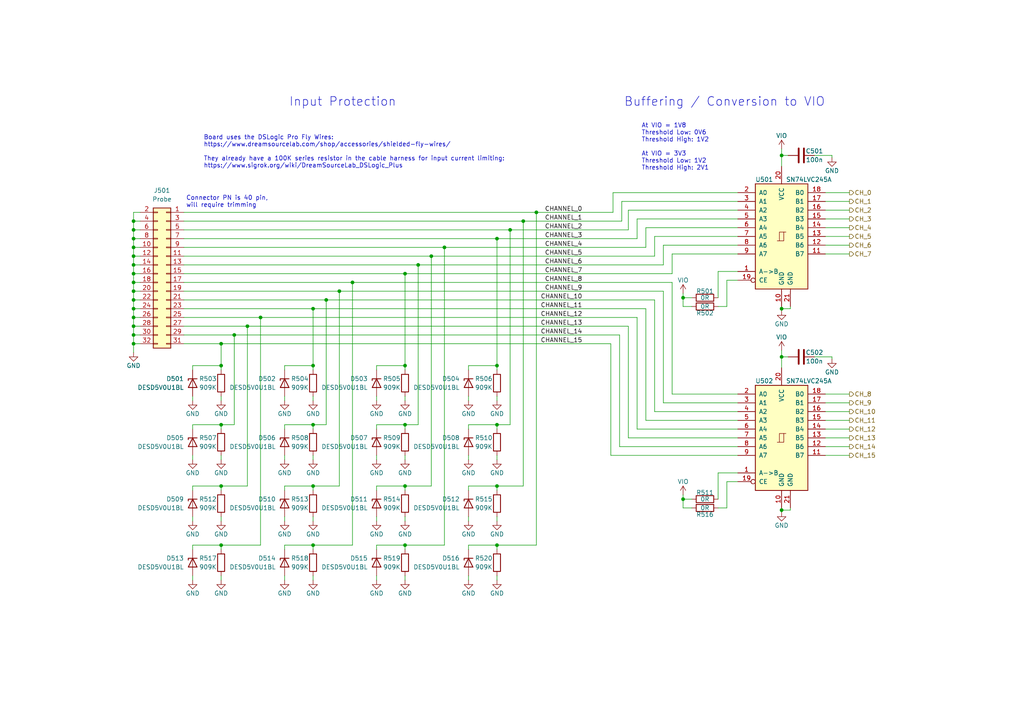
<source format=kicad_sch>
(kicad_sch (version 20211123) (generator eeschema)
  (paper "A4")
  (title_block (title "Voyager Logic") (date "2022-11-26") (rev "0.1") (company "Josh Johnson"))
  (lib_symbols
    (symbol "Connector_Generic:Conn_02x16_Odd_Even" (pin_names (offset 1.016) hide)
      (property "Reference" "J" (at 1.27 20.32 0))
      (property "Value" "Conn_02x16_Odd_Even" (at 1.27 -22.86 0))
      (symbol "Conn_02x16_Odd_Even_1_1"
        (rectangle (start -1.27 -20.193) (end 0 -20.447) (stroke (width 0.1524)))
        (rectangle (start -1.27 -17.653) (end 0 -17.907) (stroke (width 0.1524)))
        (rectangle (start -1.27 -15.113) (end 0 -15.367) (stroke (width 0.1524)))
        (rectangle (start -1.27 -12.573) (end 0 -12.827) (stroke (width 0.1524)))
        (rectangle (start -1.27 -10.033) (end 0 -10.287) (stroke (width 0.1524)))
        (rectangle (start -1.27 -7.493) (end 0 -7.747) (stroke (width 0.1524)))
        (rectangle (start -1.27 -4.953) (end 0 -5.207) (stroke (width 0.1524)))
        (rectangle (start -1.27 -2.413) (end 0 -2.667) (stroke (width 0.1524)))
        (rectangle (start -1.27 0.127) (end 0 -0.127) (stroke (width 0.1524)))
        (rectangle (start -1.27 2.667) (end 0 2.413) (stroke (width 0.1524)))
        (rectangle (start -1.27 5.207) (end 0 4.953) (stroke (width 0.1524)))
        (rectangle (start -1.27 7.747) (end 0 7.493) (stroke (width 0.1524)))
        (rectangle (start -1.27 10.287) (end 0 10.033) (stroke (width 0.1524)))
        (rectangle (start -1.27 12.827) (end 0 12.573) (stroke (width 0.1524)))
        (rectangle (start -1.27 15.367) (end 0 15.113) (stroke (width 0.1524)))
        (rectangle (start -1.27 17.907) (end 0 17.653) (stroke (width 0.1524)))
        (rectangle (start -1.27 19.05) (end 3.81 -21.59) (stroke (width 0.254)) (fill (type background)))
        (rectangle (start 3.81 -20.193) (end 2.54 -20.447) (stroke (width 0.1524)))
        (rectangle (start 3.81 -17.653) (end 2.54 -17.907) (stroke (width 0.1524)))
        (rectangle (start 3.81 -15.113) (end 2.54 -15.367) (stroke (width 0.1524)))
        (rectangle (start 3.81 -12.573) (end 2.54 -12.827) (stroke (width 0.1524)))
        (rectangle (start 3.81 -10.033) (end 2.54 -10.287) (stroke (width 0.1524)))
        (rectangle (start 3.81 -7.493) (end 2.54 -7.747) (stroke (width 0.1524)))
        (rectangle (start 3.81 -4.953) (end 2.54 -5.207) (stroke (width 0.1524)))
        (rectangle (start 3.81 -2.413) (end 2.54 -2.667) (stroke (width 0.1524)))
        (rectangle (start 3.81 0.127) (end 2.54 -0.127) (stroke (width 0.1524)))
        (rectangle (start 3.81 2.667) (end 2.54 2.413) (stroke (width 0.1524)))
        (rectangle (start 3.81 5.207) (end 2.54 4.953) (stroke (width 0.1524)))
        (rectangle (start 3.81 7.747) (end 2.54 7.493) (stroke (width 0.1524)))
        (rectangle (start 3.81 10.287) (end 2.54 10.033) (stroke (width 0.1524)))
        (rectangle (start 3.81 12.827) (end 2.54 12.573) (stroke (width 0.1524)))
        (rectangle (start 3.81 15.367) (end 2.54 15.113) (stroke (width 0.1524)))
        (rectangle (start 3.81 17.907) (end 2.54 17.653) (stroke (width 0.1524)))
        (pin passive line (at -5.08 17.78 0) (length 3.81) (name "Pin_1") (number "1"))
        (pin passive line (at 7.62 7.62 180) (length 3.81) (name "Pin_10") (number "10"))
        (pin passive line (at -5.08 5.08 0) (length 3.81) (name "Pin_11") (number "11"))
        (pin passive line (at 7.62 5.08 180) (length 3.81) (name "Pin_12") (number "12"))
        (pin passive line (at -5.08 2.54 0) (length 3.81) (name "Pin_13") (number "13"))
        (pin passive line (at 7.62 2.54 180) (length 3.81) (name "Pin_14") (number "14"))
        (pin passive line (at -5.08 0 0) (length 3.81) (name "Pin_15") (number "15"))
        (pin passive line (at 7.62 0 180) (length 3.81) (name "Pin_16") (number "16"))
        (pin passive line (at -5.08 -2.54 0) (length 3.81) (name "Pin_17") (number "17"))
        (pin passive line (at 7.62 -2.54 180) (length 3.81) (name "Pin_18") (number "18"))
        (pin passive line (at -5.08 -5.08 0) (length 3.81) (name "Pin_19") (number "19"))
        (pin passive line (at 7.62 17.78 180) (length 3.81) (name "Pin_2") (number "2"))
        (pin passive line (at 7.62 -5.08 180) (length 3.81) (name "Pin_20") (number "20"))
        (pin passive line (at -5.08 -7.62 0) (length 3.81) (name "Pin_21") (number "21"))
        (pin passive line (at 7.62 -7.62 180) (length 3.81) (name "Pin_22") (number "22"))
        (pin passive line (at -5.08 -10.16 0) (length 3.81) (name "Pin_23") (number "23"))
        (pin passive line (at 7.62 -10.16 180) (length 3.81) (name "Pin_24") (number "24"))
        (pin passive line (at -5.08 -12.7 0) (length 3.81) (name "Pin_25") (number "25"))
        (pin passive line (at 7.62 -12.7 180) (length 3.81) (name "Pin_26") (number "26"))
        (pin passive line (at -5.08 -15.24 0) (length 3.81) (name "Pin_27") (number "27"))
        (pin passive line (at 7.62 -15.24 180) (length 3.81) (name "Pin_28") (number "28"))
        (pin passive line (at -5.08 -17.78 0) (length 3.81) (name "Pin_29") (number "29"))
        (pin passive line (at -5.08 15.24 0) (length 3.81) (name "Pin_3") (number "3"))
        (pin passive line (at 7.62 -17.78 180) (length 3.81) (name "Pin_30") (number "30"))
        (pin passive line (at -5.08 -20.32 0) (length 3.81) (name "Pin_31") (number "31"))
        (pin passive line (at 7.62 -20.32 180) (length 3.81) (name "Pin_32") (number "32"))
        (pin passive line (at 7.62 15.24 180) (length 3.81) (name "Pin_4") (number "4"))
        (pin passive line (at -5.08 12.7 0) (length 3.81) (name "Pin_5") (number "5"))
        (pin passive line (at 7.62 12.7 180) (length 3.81) (name "Pin_6") (number "6"))
        (pin passive line (at -5.08 10.16 0) (length 3.81) (name "Pin_7") (number "7"))
        (pin passive line (at 7.62 10.16 180) (length 3.81) (name "Pin_8") (number "8"))
        (pin passive line (at -5.08 7.62 0) (length 3.81) (name "Pin_9") (number "9"))
      )
    )
    (symbol "Device:C" (pin_numbers hide) (pin_names (offset 0.254))
      (property "Reference" "C" (at 0.635 2.54 0))
      (property "Value" "C" (at 0.635 -2.54 0))
      (symbol "C_0_1"
        (polyline (pts (xy -2.032 -0.762) (xy 2.032 -0.762)) (stroke (width 0.508)))
        (polyline (pts (xy -2.032 0.762) (xy 2.032 0.762)) (stroke (width 0.508)))
      )
      (symbol "C_1_1"
        (pin passive line (at 0 3.81 270) (length 2.794) (name "~") (number "1"))
        (pin passive line (at 0 -3.81 90) (length 2.794) (name "~") (number "2"))
      )
    )
    (symbol "Device:D_Zener" (pin_numbers hide) (pin_names (offset 1.016) hide)
      (property "Reference" "D" (at 0 2.54 0))
      (property "Value" "D_Zener" (at 0 -2.54 0))
      (symbol "D_Zener_0_1"
        (polyline (pts (xy 1.27 0) (xy -1.27 0)))
        (polyline (pts (xy -1.27 -1.27) (xy -1.27 1.27) (xy -0.762 1.27)) (stroke (width 0.254)))
        (polyline (pts (xy 1.27 -1.27) (xy 1.27 1.27) (xy -1.27 0) (xy 1.27 -1.27)) (stroke (width 0.254)))
      )
      (symbol "D_Zener_1_1"
        (pin passive line (at -3.81 0 0) (length 2.54) (name "K") (number "1"))
        (pin passive line (at 3.81 0 180) (length 2.54) (name "A") (number "2"))
      )
    )
    (symbol "Device:R" (pin_numbers hide) (pin_names (offset 0))
      (property "Reference" "R" (at 2.032 0 90))
      (property "Value" "R" (at 0 0 90))
      (symbol "R_0_1"
        (rectangle (start -1.016 -2.54) (end 1.016 2.54) (stroke (width 0.254)))
      )
      (symbol "R_1_1"
        (pin passive line (at 0 3.81 270) (length 1.27) (name "~") (number "1"))
        (pin passive line (at 0 -3.81 90) (length 1.27) (name "~") (number "2"))
      )
    )
    (symbol "josh-ic:74LVC245A" (pin_names (offset 1.016))
      (property "Reference" "U" (at -7.62 16.51 0))
      (property "Value" "74LVC245A" (at -7.62 -16.51 0))
      (symbol "74LVC245A_1_0"
        (polyline (pts (xy -0.635 -1.27) (xy -0.635 1.27) (xy 0.635 1.27)))
        (polyline (pts (xy -1.27 -1.27) (xy 0.635 -1.27) (xy 0.635 1.27) (xy 1.27 1.27)))
        (pin input line (at -12.7 -10.16 0) (length 5.08) (name "A->B") (number "1"))
        (pin power_in line (at 0 -20.32 90) (length 5.08) (name "GND") (number "10"))
        (pin tri_state line (at 12.7 -5.08 180) (length 5.08) (name "B7") (number "11"))
        (pin tri_state line (at 12.7 -2.54 180) (length 5.08) (name "B6") (number "12"))
        (pin tri_state line (at 12.7 0 180) (length 5.08) (name "B5") (number "13"))
        (pin tri_state line (at 12.7 2.54 180) (length 5.08) (name "B4") (number "14"))
        (pin tri_state line (at 12.7 5.08 180) (length 5.08) (name "B3") (number "15"))
        (pin tri_state line (at 12.7 7.62 180) (length 5.08) (name "B2") (number "16"))
        (pin tri_state line (at 12.7 10.16 180) (length 5.08) (name "B1") (number "17"))
        (pin tri_state line (at 12.7 12.7 180) (length 5.08) (name "B0") (number "18"))
        (pin input inverted (at -12.7 -12.7 0) (length 5.08) (name "CE") (number "19"))
        (pin tri_state line (at -12.7 12.7 0) (length 5.08) (name "A0") (number "2"))
        (pin power_in line (at 0 20.32 270) (length 5.08) (name "VCC") (number "20"))
        (pin power_in line (at 2.54 -20.32 90) (length 5.08) (name "GND") (number "21"))
        (pin tri_state line (at -12.7 10.16 0) (length 5.08) (name "A1") (number "3"))
        (pin tri_state line (at -12.7 7.62 0) (length 5.08) (name "A2") (number "4"))
        (pin tri_state line (at -12.7 5.08 0) (length 5.08) (name "A3") (number "5"))
        (pin tri_state line (at -12.7 2.54 0) (length 5.08) (name "A4") (number "6"))
        (pin tri_state line (at -12.7 0 0) (length 5.08) (name "A5") (number "7"))
        (pin tri_state line (at -12.7 -2.54 0) (length 5.08) (name "A6") (number "8"))
        (pin tri_state line (at -12.7 -5.08 0) (length 5.08) (name "A7") (number "9"))
      )
      (symbol "74LVC245A_1_1"
        (rectangle (start -7.62 15.24) (end 7.62 -15.24) (stroke (width 0.254)) (fill (type background)))
      )
    )
    (symbol "josh-power:VIO" (power) (pin_names (offset 0))
      (property "Value" "VIO" (at 0 3.81 0))
      (symbol "VIO_0_1"
        (polyline (pts (xy -0.762 1.27) (xy 0 2.54)))
        (polyline (pts (xy 0 0) (xy 0 2.54)))
        (polyline (pts (xy 0 2.54) (xy 0.762 1.27)))
      )
      (symbol "VIO_1_1"
        (pin power_in line (at 0 0 90) (length 0) hide (name "VIO") (number "1"))
      )
    )
    (symbol "power:GND" (power) (pin_names (offset 0))
      (property "Value" "GND" (at 0 -3.81 0))
      (symbol "GND_0_1"
        (polyline (pts (xy 0 0) (xy 0 -1.27) (xy 1.27 -1.27) (xy 0 -2.54) (xy -1.27 -1.27) (xy 0 -1.27)))
      )
      (symbol "GND_1_1"
        (pin power_in line (at 0 0 270) (length 0) hide (name "GND") (number "1"))
      )
    )
  )
  (junction (at 144.145 140.97))
  (junction (at 90.805 123.19))
  (junction (at 64.135 158.115))
  (junction (at 128.905 71.755))
  (junction (at 38.735 66.675))
  (junction (at 121.285 76.835))
  (junction (at 38.735 76.835))
  (junction (at 226.695 45.085))
  (junction (at 147.955 66.675))
  (junction (at 75.565 92.075))
  (junction (at 38.735 64.135))
  (junction (at 64.135 123.19))
  (junction (at 64.135 140.97))
  (junction (at 38.735 86.995))
  (junction (at 94.615 86.995))
  (junction (at 38.735 74.295))
  (junction (at 117.475 79.375))
  (junction (at 226.695 147.955))
  (junction (at 198.12 86.36))
  (junction (at 38.735 79.375))
  (junction (at 90.805 89.535))
  (junction (at 155.575 61.595))
  (junction (at 125.095 74.295))
  (junction (at 90.805 140.97))
  (junction (at 98.425 84.455))
  (junction (at 144.145 158.115))
  (junction (at 38.735 92.075))
  (junction (at 64.135 106.045))
  (junction (at 38.735 97.155))
  (junction (at 226.695 89.535))
  (junction (at 144.145 69.215))
  (junction (at 117.475 158.115))
  (junction (at 90.805 158.115))
  (junction (at 151.765 64.135))
  (junction (at 38.735 81.915))
  (junction (at 38.735 99.695))
  (junction (at 117.475 123.19))
  (junction (at 90.805 106.045))
  (junction (at 226.695 103.505))
  (junction (at 38.735 69.215))
  (junction (at 38.735 89.535))
  (junction (at 67.945 97.155))
  (junction (at 38.735 84.455))
  (junction (at 144.145 123.19))
  (junction (at 117.475 106.045))
  (junction (at 198.12 144.78))
  (junction (at 38.735 71.755))
  (junction (at 117.475 140.97))
  (junction (at 38.735 94.615))
  (junction (at 64.135 99.695))
  (junction (at 102.235 81.915))
  (junction (at 144.145 106.045))
  (junction (at 71.755 94.615))
  (wire (pts (xy 40.64 81.915) (xy 38.735 81.915)))
  (wire (pts (xy 40.64 61.595) (xy 38.735 61.595)))
  (wire (pts (xy 40.64 71.755) (xy 38.735 71.755)))
  (wire (pts (xy 90.805 106.045) (xy 82.55 106.045)))
  (wire (pts (xy 239.395 119.38) (xy 246.38 119.38)))
  (wire (pts (xy 144.145 106.045) (xy 144.145 107.315)))
  (wire (pts (xy 135.89 140.97) (xy 135.89 142.24)))
  (wire (pts (xy 239.395 63.5) (xy 246.38 63.5)))
  (wire (pts (xy 200.66 88.9) (xy 198.12 88.9)))
  (wire (pts (xy 144.145 69.215) (xy 144.145 106.045)))
  (wire (pts (xy 40.64 94.615) (xy 38.735 94.615)))
  (wire (pts (xy 125.095 74.295) (xy 189.865 74.295)))
  (wire (pts (xy 64.135 99.695) (xy 177.165 99.695)))
  (wire (pts (xy 144.145 132.08) (xy 144.145 133.35)))
  (wire (pts (xy 239.395 124.46) (xy 246.38 124.46)))
  (wire (pts (xy 226.695 89.535) (xy 229.235 89.535)))
  (wire (pts (xy 121.285 76.835) (xy 192.405 76.835)))
  (wire (pts (xy 38.735 61.595) (xy 38.735 64.135)))
  (wire (pts (xy 144.145 123.19) (xy 135.89 123.19)))
  (wire (pts (xy 64.135 106.045) (xy 64.135 107.315)))
  (wire (pts (xy 208.28 78.74) (xy 213.995 78.74)))
  (wire (pts (xy 94.615 86.995) (xy 189.865 86.995)))
  (wire (pts (xy 208.28 88.9) (xy 210.82 88.9)))
  (wire (pts (xy 117.475 132.08) (xy 117.475 133.35)))
  (wire (pts (xy 38.735 74.295) (xy 38.735 76.835)))
  (wire (pts (xy 198.12 147.32) (xy 198.12 144.78)))
  (wire (pts (xy 38.735 69.215) (xy 38.735 71.755)))
  (wire (pts (xy 144.145 140.97) (xy 144.145 142.24)))
  (wire (pts (xy 192.405 76.835) (xy 192.405 71.12)))
  (wire (pts (xy 82.55 123.19) (xy 82.55 124.46)))
  (wire (pts (xy 144.145 158.115) (xy 144.145 159.385)))
  (wire (pts (xy 75.565 92.075) (xy 53.34 92.075)))
  (wire (pts (xy 151.765 140.97) (xy 144.145 140.97)))
  (wire (pts (xy 200.66 144.78) (xy 198.12 144.78)))
  (wire (pts (xy 177.8 55.88) (xy 213.995 55.88)))
  (wire (pts (xy 135.89 123.19) (xy 135.89 124.46)))
  (wire (pts (xy 229.235 88.9) (xy 229.235 89.535)))
  (wire (pts (xy 64.135 123.19) (xy 55.88 123.19)))
  (wire (pts (xy 90.805 114.935) (xy 90.805 116.205)))
  (wire (pts (xy 179.705 97.155) (xy 179.705 129.54)))
  (wire (pts (xy 90.805 123.19) (xy 90.805 124.46)))
  (wire (pts (xy 236.22 103.505) (xy 241.3 103.505)))
  (wire (pts (xy 64.135 158.115) (xy 55.88 158.115)))
  (wire (pts (xy 226.695 90.17) (xy 226.695 89.535)))
  (wire (pts (xy 38.735 81.915) (xy 38.735 84.455)))
  (wire (pts (xy 82.55 140.97) (xy 82.55 142.24)))
  (wire (pts (xy 144.145 69.215) (xy 184.785 69.215)))
  (wire (pts (xy 40.64 66.675) (xy 38.735 66.675)))
  (wire (pts (xy 38.735 84.455) (xy 38.735 86.995)))
  (wire (pts (xy 53.34 64.135) (xy 151.765 64.135)))
  (wire (pts (xy 229.235 147.32) (xy 229.235 147.955)))
  (wire (pts (xy 151.765 64.135) (xy 180.34 64.135)))
  (wire (pts (xy 64.135 114.935) (xy 64.135 116.205)))
  (wire (pts (xy 55.88 114.935) (xy 55.88 116.205)))
  (wire (pts (xy 210.82 81.28) (xy 213.995 81.28)))
  (wire (pts (xy 144.145 140.97) (xy 135.89 140.97)))
  (wire (pts (xy 38.735 66.675) (xy 38.735 69.215)))
  (wire (pts (xy 90.805 89.535) (xy 53.34 89.535)))
  (wire (pts (xy 125.095 140.97) (xy 117.475 140.97)))
  (wire (pts (xy 90.805 123.19) (xy 82.55 123.19)))
  (wire (pts (xy 90.805 106.045) (xy 90.805 107.315)))
  (wire (pts (xy 109.22 149.86) (xy 109.22 151.13)))
  (wire (pts (xy 184.785 124.46) (xy 213.995 124.46)))
  (wire (pts (xy 90.805 167.005) (xy 90.805 168.275)))
  (wire (pts (xy 102.235 81.915) (xy 194.945 81.915)))
  (wire (pts (xy 94.615 86.995) (xy 53.34 86.995)))
  (wire (pts (xy 192.405 116.84) (xy 192.405 84.455)))
  (wire (pts (xy 184.785 63.5) (xy 213.995 63.5)))
  (wire (pts (xy 38.735 89.535) (xy 38.735 92.075)))
  (wire (pts (xy 189.865 74.295) (xy 189.865 68.58)))
  (wire (pts (xy 241.3 103.505) (xy 241.3 104.14)))
  (wire (pts (xy 117.475 79.375) (xy 117.475 106.045)))
  (wire (pts (xy 239.395 68.58) (xy 246.38 68.58)))
  (wire (pts (xy 147.955 66.675) (xy 147.955 123.19)))
  (wire (pts (xy 64.135 99.695) (xy 53.34 99.695)))
  (wire (pts (xy 117.475 106.045) (xy 117.475 107.315)))
  (wire (pts (xy 177.8 61.595) (xy 177.8 55.88)))
  (wire (pts (xy 226.695 88.9) (xy 226.695 89.535)))
  (wire (pts (xy 208.28 78.74) (xy 208.28 86.36)))
  (wire (pts (xy 38.735 71.755) (xy 38.735 74.295)))
  (wire (pts (xy 102.235 81.915) (xy 53.34 81.915)))
  (wire (pts (xy 144.145 167.005) (xy 144.145 168.275)))
  (wire (pts (xy 182.245 127) (xy 182.245 94.615)))
  (wire (pts (xy 121.285 76.835) (xy 121.285 123.19)))
  (wire (pts (xy 155.575 61.595) (xy 177.8 61.595)))
  (wire (pts (xy 71.755 140.97) (xy 64.135 140.97)))
  (wire (pts (xy 82.55 106.045) (xy 82.55 107.315)))
  (wire (pts (xy 117.475 158.115) (xy 109.22 158.115)))
  (wire (pts (xy 226.695 147.955) (xy 229.235 147.955)))
  (wire (pts (xy 239.395 55.88) (xy 246.38 55.88)))
  (wire (pts (xy 90.805 158.115) (xy 82.55 158.115)))
  (wire (pts (xy 147.955 66.675) (xy 182.245 66.675)))
  (wire (pts (xy 213.995 127) (xy 182.245 127)))
  (wire (pts (xy 226.695 101.6) (xy 226.695 103.505)))
  (wire (pts (xy 135.89 114.935) (xy 135.89 116.205)))
  (wire (pts (xy 40.64 92.075) (xy 38.735 92.075)))
  (wire (pts (xy 135.89 132.08) (xy 135.89 133.35)))
  (wire (pts (xy 55.88 106.045) (xy 55.88 107.315)))
  (wire (pts (xy 117.475 167.005) (xy 117.475 168.275)))
  (wire (pts (xy 200.66 147.32) (xy 198.12 147.32)))
  (wire (pts (xy 90.805 140.97) (xy 82.55 140.97)))
  (wire (pts (xy 135.89 167.005) (xy 135.89 168.275)))
  (wire (pts (xy 55.88 149.86) (xy 55.88 151.13)))
  (wire (pts (xy 109.22 123.19) (xy 109.22 124.46)))
  (wire (pts (xy 239.395 60.96) (xy 246.38 60.96)))
  (wire (pts (xy 117.475 149.86) (xy 117.475 151.13)))
  (wire (pts (xy 117.475 140.97) (xy 117.475 142.24)))
  (wire (pts (xy 40.64 99.695) (xy 38.735 99.695)))
  (wire (pts (xy 239.395 116.84) (xy 246.38 116.84)))
  (wire (pts (xy 53.34 71.755) (xy 128.905 71.755)))
  (wire (pts (xy 226.695 45.085) (xy 228.6 45.085)))
  (wire (pts (xy 55.88 123.19) (xy 55.88 124.46)))
  (wire (pts (xy 38.735 97.155) (xy 38.735 99.695)))
  (wire (pts (xy 109.22 158.115) (xy 109.22 159.385)))
  (wire (pts (xy 82.55 158.115) (xy 82.55 159.385)))
  (wire (pts (xy 189.865 68.58) (xy 213.995 68.58)))
  (wire (pts (xy 155.575 61.595) (xy 155.575 158.115)))
  (wire (pts (xy 55.88 167.005) (xy 55.88 168.275)))
  (wire (pts (xy 128.905 71.755) (xy 187.325 71.755)))
  (wire (pts (xy 64.135 123.19) (xy 64.135 124.46)))
  (wire (pts (xy 184.785 92.075) (xy 184.785 124.46)))
  (wire (pts (xy 38.735 92.075) (xy 38.735 94.615)))
  (wire (pts (xy 64.135 140.97) (xy 55.88 140.97)))
  (wire (pts (xy 213.995 114.3) (xy 194.945 114.3)))
  (wire (pts (xy 38.735 76.835) (xy 38.735 79.375)))
  (wire (pts (xy 198.12 144.78) (xy 198.12 143.51)))
  (wire (pts (xy 117.475 123.19) (xy 117.475 124.46)))
  (wire (pts (xy 53.34 79.375) (xy 117.475 79.375)))
  (wire (pts (xy 155.575 158.115) (xy 144.145 158.115)))
  (wire (pts (xy 82.55 132.08) (xy 82.55 133.35)))
  (wire (pts (xy 135.89 158.115) (xy 135.89 159.385)))
  (wire (pts (xy 75.565 158.115) (xy 75.565 92.075)))
  (wire (pts (xy 40.64 64.135) (xy 38.735 64.135)))
  (wire (pts (xy 64.135 140.97) (xy 64.135 142.24)))
  (wire (pts (xy 208.28 137.16) (xy 213.995 137.16)))
  (wire (pts (xy 239.395 127) (xy 246.38 127)))
  (wire (pts (xy 40.64 84.455) (xy 38.735 84.455)))
  (wire (pts (xy 82.55 114.935) (xy 82.55 116.205)))
  (wire (pts (xy 239.395 114.3) (xy 246.38 114.3)))
  (wire (pts (xy 208.28 137.16) (xy 208.28 144.78)))
  (wire (pts (xy 226.695 147.32) (xy 226.695 147.955)))
  (wire (pts (xy 38.735 99.695) (xy 38.735 102.235)))
  (wire (pts (xy 40.64 79.375) (xy 38.735 79.375)))
  (wire (pts (xy 226.695 45.085) (xy 226.695 48.26)))
  (wire (pts (xy 187.325 66.04) (xy 213.995 66.04)))
  (wire (pts (xy 82.55 167.005) (xy 82.55 168.275)))
  (wire (pts (xy 182.245 66.675) (xy 182.245 60.96)))
  (wire (pts (xy 109.22 114.935) (xy 109.22 116.205)))
  (wire (pts (xy 182.245 60.96) (xy 213.995 60.96)))
  (wire (pts (xy 38.735 64.135) (xy 38.735 66.675)))
  (wire (pts (xy 241.3 45.085) (xy 241.3 45.72)))
  (wire (pts (xy 144.145 114.935) (xy 144.145 116.205)))
  (wire (pts (xy 239.395 121.92) (xy 246.38 121.92)))
  (wire (pts (xy 55.88 132.08) (xy 55.88 133.35)))
  (wire (pts (xy 117.475 79.375) (xy 194.945 79.375)))
  (wire (pts (xy 64.135 132.08) (xy 64.135 133.35)))
  (wire (pts (xy 40.64 97.155) (xy 38.735 97.155)))
  (wire (pts (xy 40.64 89.535) (xy 38.735 89.535)))
  (wire (pts (xy 40.64 74.295) (xy 38.735 74.295)))
  (wire (pts (xy 198.12 86.36) (xy 198.12 85.09)))
  (wire (pts (xy 102.235 81.915) (xy 102.235 158.115)))
  (wire (pts (xy 75.565 92.075) (xy 184.785 92.075)))
  (wire (pts (xy 239.395 129.54) (xy 246.38 129.54)))
  (wire (pts (xy 98.425 84.455) (xy 192.405 84.455)))
  (wire (pts (xy 239.395 73.66) (xy 246.38 73.66)))
  (wire (pts (xy 109.22 132.08) (xy 109.22 133.35)))
  (wire (pts (xy 144.145 123.19) (xy 144.145 124.46)))
  (wire (pts (xy 90.805 89.535) (xy 187.325 89.535)))
  (wire (pts (xy 213.995 132.08) (xy 177.165 132.08)))
  (wire (pts (xy 226.695 147.955) (xy 226.695 148.59)))
  (wire (pts (xy 64.135 149.86) (xy 64.135 151.13)))
  (wire (pts (xy 64.135 99.695) (xy 64.135 106.045)))
  (wire (pts (xy 144.145 123.19) (xy 147.955 123.19)))
  (wire (pts (xy 90.805 140.97) (xy 90.805 142.24)))
  (wire (pts (xy 210.82 88.9) (xy 210.82 81.28)))
  (wire (pts (xy 151.765 64.135) (xy 151.765 140.97)))
  (wire (pts (xy 64.135 106.045) (xy 55.88 106.045)))
  (wire (pts (xy 98.425 84.455) (xy 53.34 84.455)))
  (wire (pts (xy 144.145 106.045) (xy 135.89 106.045)))
  (wire (pts (xy 135.89 106.045) (xy 135.89 107.315)))
  (wire (pts (xy 40.64 86.995) (xy 38.735 86.995)))
  (wire (pts (xy 71.755 94.615) (xy 182.245 94.615)))
  (wire (pts (xy 226.695 103.505) (xy 228.6 103.505)))
  (wire (pts (xy 109.22 106.045) (xy 109.22 107.315)))
  (wire (pts (xy 184.785 69.215) (xy 184.785 63.5)))
  (wire (pts (xy 90.805 158.115) (xy 90.805 159.385)))
  (wire (pts (xy 239.395 58.42) (xy 246.38 58.42)))
  (wire (pts (xy 226.695 43.18) (xy 226.695 45.085)))
  (wire (pts (xy 144.145 158.115) (xy 135.89 158.115)))
  (wire (pts (xy 71.755 94.615) (xy 53.34 94.615)))
  (wire (pts (xy 67.945 97.155) (xy 67.945 123.19)))
  (wire (pts (xy 187.325 121.92) (xy 187.325 89.535)))
  (wire (pts (xy 239.395 132.08) (xy 246.38 132.08)))
  (wire (pts (xy 236.22 45.085) (xy 241.3 45.085)))
  (wire (pts (xy 102.235 158.115) (xy 90.805 158.115)))
  (wire (pts (xy 117.475 140.97) (xy 109.22 140.97)))
  (wire (pts (xy 38.735 86.995) (xy 38.735 89.535)))
  (wire (pts (xy 38.735 94.615) (xy 38.735 97.155)))
  (wire (pts (xy 98.425 140.97) (xy 90.805 140.97)))
  (wire (pts (xy 117.475 114.935) (xy 117.475 116.205)))
  (wire (pts (xy 180.34 58.42) (xy 213.995 58.42)))
  (wire (pts (xy 98.425 84.455) (xy 98.425 140.97)))
  (wire (pts (xy 67.945 97.155) (xy 53.34 97.155)))
  (wire (pts (xy 213.995 121.92) (xy 187.325 121.92)))
  (wire (pts (xy 53.34 69.215) (xy 144.145 69.215)))
  (wire (pts (xy 128.905 158.115) (xy 117.475 158.115)))
  (wire (pts (xy 109.22 167.005) (xy 109.22 168.275)))
  (wire (pts (xy 189.865 119.38) (xy 213.995 119.38)))
  (wire (pts (xy 94.615 86.995) (xy 94.615 123.19)))
  (wire (pts (xy 109.22 140.97) (xy 109.22 142.24)))
  (wire (pts (xy 117.475 123.19) (xy 109.22 123.19)))
  (wire (pts (xy 90.805 149.86) (xy 90.805 151.13)))
  (wire (pts (xy 53.34 76.835) (xy 121.285 76.835)))
  (wire (pts (xy 198.12 88.9) (xy 198.12 86.36)))
  (wire (pts (xy 239.395 66.04) (xy 246.38 66.04)))
  (wire (pts (xy 189.865 86.995) (xy 189.865 119.38)))
  (wire (pts (xy 135.89 149.86) (xy 135.89 151.13)))
  (wire (pts (xy 90.805 132.08) (xy 90.805 133.35)))
  (wire (pts (xy 64.135 167.005) (xy 64.135 168.275)))
  (wire (pts (xy 53.34 66.675) (xy 147.955 66.675)))
  (wire (pts (xy 187.325 71.755) (xy 187.325 66.04)))
  (wire (pts (xy 179.705 129.54) (xy 213.995 129.54)))
  (wire (pts (xy 67.945 97.155) (xy 179.705 97.155)))
  (wire (pts (xy 64.135 158.115) (xy 64.135 159.385)))
  (wire (pts (xy 194.945 73.66) (xy 213.995 73.66)))
  (wire (pts (xy 40.64 76.835) (xy 38.735 76.835)))
  (wire (pts (xy 210.82 147.32) (xy 210.82 139.7)))
  (wire (pts (xy 40.64 69.215) (xy 38.735 69.215)))
  (wire (pts (xy 213.995 116.84) (xy 192.405 116.84)))
  (wire (pts (xy 180.34 64.135) (xy 180.34 58.42)))
  (wire (pts (xy 55.88 158.115) (xy 55.88 159.385)))
  (wire (pts (xy 177.165 132.08) (xy 177.165 99.695)))
  (wire (pts (xy 53.34 74.295) (xy 125.095 74.295)))
  (wire (pts (xy 208.28 147.32) (xy 210.82 147.32)))
  (wire (pts (xy 128.905 71.755) (xy 128.905 158.115)))
  (wire (pts (xy 90.805 123.19) (xy 94.615 123.19)))
  (wire (pts (xy 200.66 86.36) (xy 198.12 86.36)))
  (wire (pts (xy 239.395 71.12) (xy 246.38 71.12)))
  (wire (pts (xy 53.34 61.595) (xy 155.575 61.595)))
  (wire (pts (xy 117.475 158.115) (xy 117.475 159.385)))
  (wire (pts (xy 82.55 149.86) (xy 82.55 151.13)))
  (wire (pts (xy 210.82 139.7) (xy 213.995 139.7)))
  (wire (pts (xy 117.475 106.045) (xy 109.22 106.045)))
  (wire (pts (xy 125.095 140.97) (xy 125.095 74.295)))
  (wire (pts (xy 64.135 123.19) (xy 67.945 123.19)))
  (wire (pts (xy 194.945 114.3) (xy 194.945 81.915)))
  (wire (pts (xy 226.695 103.505) (xy 226.695 106.68)))
  (wire (pts (xy 117.475 123.19) (xy 121.285 123.19)))
  (wire (pts (xy 144.145 149.86) (xy 144.145 151.13)))
  (wire (pts (xy 194.945 79.375) (xy 194.945 73.66)))
  (wire (pts (xy 90.805 89.535) (xy 90.805 106.045)))
  (wire (pts (xy 71.755 94.615) (xy 71.755 140.97)))
  (wire (pts (xy 75.565 158.115) (xy 64.135 158.115)))
  (wire (pts (xy 192.405 71.12) (xy 213.995 71.12)))
  (wire (pts (xy 38.735 79.375) (xy 38.735 81.915)))
  (wire (pts (xy 55.88 140.97) (xy 55.88 142.24)))
  (text "Buffering / Conversion to VIO" (at 180.975 31.115 0) (effects (font (size 2.54 2.54)) (justify left bottom)))
  (text "Board uses the DSLogic Pro Fly Wires:\nhttps://www.dreamsourcelab.com/shop/accessories/shielded-fly-wires/\n\nThey already have a 100K series resistor in the cable harness for input current limiting: \nhttps://www.sigrok.org/wiki/DreamSourceLab_DSLogic_Plus" (at 59.055 48.895 0) (effects (font (size 1.27 1.27)) (justify left bottom)))
  (text "Connector PN is 40 pin,\nwill require trimming" (at 53.975 60.325 0) (effects (font (size 1.27 1.27)) (justify left bottom)))
  (text "At VIO = 1V8\nThreshold Low: 0V6\nThreshold High: 1V2\n\nAt VIO = 3V3\nThreshold Low: 1V2\nThreshold High: 2V1" (at 186.055 49.53 0) (effects (font (size 1.27 1.27)) (justify left bottom)))
  (text "Input Protection" (at 83.82 31.115 0) (effects (font (size 2.54 2.54)) (justify left bottom)))
  (label "CHANNEL_0" (at 168.91 61.595 180))
  (label "CHANNEL_13" (at 168.91 94.615 180))
  (label "CHANNEL_4" (at 168.91 71.755 180))
  (label "CHANNEL_8" (at 168.91 81.915 180))
  (label "CHANNEL_7" (at 168.91 79.375 180))
  (label "CHANNEL_3" (at 168.91 69.215 180))
  (label "CHANNEL_10" (at 168.91 86.995 180))
  (label "CHANNEL_1" (at 168.91 64.135 180))
  (label "CHANNEL_5" (at 168.91 74.295 180))
  (label "CHANNEL_2" (at 168.91 66.675 180))
  (label "CHANNEL_9" (at 168.91 84.455 180))
  (label "CHANNEL_12" (at 168.91 92.075 180))
  (label "CHANNEL_11" (at 168.91 89.535 180))
  (label "CHANNEL_15" (at 168.91 99.695 180))
  (label "CHANNEL_6" (at 168.91 76.835 180))
  (label "CHANNEL_14" (at 168.91 97.155 180))
  (hierarchical_label "CH_10" (shape output) (at 246.38 119.38 0))
  (hierarchical_label "CH_3" (shape output) (at 246.38 63.5 0))
  (hierarchical_label "CH_14" (shape output) (at 246.38 129.54 0))
  (hierarchical_label "CH_8" (shape output) (at 246.38 114.3 0))
  (hierarchical_label "CH_6" (shape output) (at 246.38 71.12 0))
  (hierarchical_label "CH_2" (shape output) (at 246.38 60.96 0))
  (hierarchical_label "CH_0" (shape output) (at 246.38 55.88 0))
  (hierarchical_label "CH_7" (shape output) (at 246.38 73.66 0))
  (hierarchical_label "CH_4" (shape output) (at 246.38 66.04 0))
  (hierarchical_label "CH_11" (shape output) (at 246.38 121.92 0))
  (hierarchical_label "CH_12" (shape output) (at 246.38 124.46 0))
  (hierarchical_label "CH_9" (shape output) (at 246.38 116.84 0))
  (hierarchical_label "CH_5" (shape output) (at 246.38 68.58 0))
  (hierarchical_label "CH_15" (shape output) (at 246.38 132.08 0))
  (hierarchical_label "CH_1" (shape output) (at 246.38 58.42 0))
  (hierarchical_label "CH_13" (shape output) (at 246.38 127 0))
  (symbol (lib_id "power:GND") (at 117.475 151.13 0) (mirror y) (unit 1)
    (property "Reference" "#PWR0531" (effects hide))
    (property "Value" "GND" (at 117.475 154.94 0))
  )
  (symbol (lib_id "josh-ic:74LVC245A") (at 226.695 68.58 0) (unit 1)
    (property "Reference" "U501" (at 219.075 52.07 0) (effects (justify left)))
    (property "Value" "SN74LVC245A" (at 227.965 52.07 0) (effects (justify left)))
    (property "Footprint" "josh-dfn-qfn:Texas_RGY0020A_VQFN-20_2.5x4.5mm_P0.5mm" (effects hide))
    (property "Datasheet" "http://www.ti.com/lit/gpn/sn74LS245" (effects hide))
    (property "Digikey" "SN74LVC245ARGYR" (effects hide))
    (property "MPN" "SN74LVC245ARGYR" (effects hide))
    (property "Manufacturer" "Texas Instruments" (effects hide))
  )
  (symbol (lib_id "Device:D_Zener") (at 109.22 163.195 90) (mirror x) (unit 1)
    (property "Reference" "D515" (at 106.68 161.9249 90) (effects (justify left)))
    (property "Value" "DESD5V0U1BL" (at 106.68 164.4649 90) (effects (justify left)))
    (property "Footprint" "josh-passives-smt:D_X1-DFN1006-2" (effects hide))
    (property "Digikey" "31-DESD5V0U1BL-7BCT-ND" (effects hide))
    (property "LCSC" "C1869323" (effects hide))
    (property "MPN" "DESD5V0U1BL-7B" (effects hide))
    (property "Manufacturer" "Diodes Incorporated" (effects hide))
  )
  (symbol (lib_id "power:GND") (at 135.89 168.275 0) (mirror y) (unit 1)
    (property "Reference" "#PWR0540" (effects hide))
    (property "Value" "GND" (at 135.89 172.085 0))
  )
  (symbol (lib_id "power:GND") (at 38.735 102.235 0) (mirror y) (unit 1)
    (property "Reference" "#PWR0506" (effects hide))
    (property "Value" "GND" (at 38.735 106.045 0))
  )
  (symbol (lib_id "power:GND") (at 135.89 151.13 0) (mirror y) (unit 1)
    (property "Reference" "#PWR0532" (effects hide))
    (property "Value" "GND" (at 135.89 154.94 0))
  )
  (symbol (lib_id "Device:C") (at 232.41 45.085 90) (unit 1)
    (property "Reference" "C501" (at 236.22 43.815 90))
    (property "Value" "100n" (at 236.22 46.355 90))
    (property "Footprint" "Capacitor_SMD:C_0402_1005Metric" (effects hide))
    (property "LCSC" "C307331" (effects hide))
    (property "MPN" "CL05B104KB54PNC" (effects hide))
    (property "Manufacturer" "Samsung Electro-Mechanics" (effects hide))
  )
  (symbol (lib_id "power:GND") (at 55.88 133.35 0) (mirror y) (unit 1)
    (property "Reference" "#PWR0516" (effects hide))
    (property "Value" "GND" (at 55.88 137.16 0))
  )
  (symbol (lib_id "Device:R") (at 90.805 111.125 0) (mirror y) (unit 1)
    (property "Reference" "R504" (at 89.535 109.855 0) (effects (justify left)))
    (property "Value" "909K" (at 89.535 112.395 0) (effects (justify left)))
    (property "Footprint" "Resistor_SMD:R_0402_1005Metric" (effects hide))
    (property "LCSC" "C227267" (effects hide))
    (property "MPN" "AC0402FR-07909KL" (effects hide))
    (property "Manufacturer" "Yageo" (effects hide))
  )
  (symbol (lib_id "Device:R") (at 204.47 147.32 90) (mirror x) (unit 1)
    (property "Reference" "R516" (at 204.47 149.225 90))
    (property "Value" "0R" (at 204.47 147.32 90))
    (property "Footprint" "Resistor_SMD:R_0402_1005Metric" (effects hide))
    (property "LCSC" "C106231" (effects hide))
    (property "MPN" "C106231" (effects hide))
    (property "Manufacturer" "C106231" (effects hide))
  )
  (symbol (lib_id "power:GND") (at 117.475 133.35 0) (mirror y) (unit 1)
    (property "Reference" "#PWR0521" (effects hide))
    (property "Value" "GND" (at 117.475 137.16 0))
  )
  (symbol (lib_id "power:GND") (at 82.55 116.205 0) (mirror y) (unit 1)
    (property "Reference" "#PWR0510" (effects hide))
    (property "Value" "GND" (at 82.55 120.015 0))
  )
  (symbol (lib_id "Device:D_Zener") (at 55.88 163.195 90) (mirror x) (unit 1)
    (property "Reference" "D513" (at 53.34 161.9249 90) (effects (justify left)))
    (property "Value" "DESD5V0U1BL" (at 53.34 164.4649 90) (effects (justify left)))
    (property "Footprint" "josh-passives-smt:D_X1-DFN1006-2" (effects hide))
    (property "Digikey" "31-DESD5V0U1BL-7BCT-ND" (effects hide))
    (property "LCSC" "C1869323" (effects hide))
    (property "MPN" "DESD5V0U1BL-7B" (effects hide))
    (property "Manufacturer" "Diodes Incorporated" (effects hide))
  )
  (symbol (lib_id "power:GND") (at 144.145 168.275 0) (mirror y) (unit 1)
    (property "Reference" "#PWR0541" (effects hide))
    (property "Value" "GND" (at 144.145 172.085 0))
  )
  (symbol (lib_id "Device:D_Zener") (at 82.55 163.195 90) (mirror x) (unit 1)
    (property "Reference" "D514" (at 80.01 161.9249 90) (effects (justify left)))
    (property "Value" "DESD5V0U1BL" (at 80.01 164.4649 90) (effects (justify left)))
    (property "Footprint" "josh-passives-smt:D_X1-DFN1006-2" (effects hide))
    (property "Digikey" "31-DESD5V0U1BL-7BCT-ND" (effects hide))
    (property "LCSC" "C1869323" (effects hide))
    (property "MPN" "DESD5V0U1BL-7B" (effects hide))
    (property "Manufacturer" "Diodes Incorporated" (effects hide))
  )
  (symbol (lib_id "power:GND") (at 226.695 148.59 0) (unit 1)
    (property "Reference" "#PWR0525" (effects hide))
    (property "Value" "GND" (at 226.695 152.4 0))
  )
  (symbol (lib_id "Device:D_Zener") (at 82.55 146.05 90) (mirror x) (unit 1)
    (property "Reference" "D510" (at 80.01 144.7799 90) (effects (justify left)))
    (property "Value" "DESD5V0U1BL" (at 80.01 147.3199 90) (effects (justify left)))
    (property "Footprint" "josh-passives-smt:D_X1-DFN1006-2" (effects hide))
    (property "Digikey" "31-DESD5V0U1BL-7BCT-ND" (effects hide))
    (property "LCSC" "C1869323" (effects hide))
    (property "MPN" "DESD5V0U1BL-7B" (effects hide))
    (property "Manufacturer" "Diodes Incorporated" (effects hide))
  )
  (symbol (lib_id "Device:R") (at 90.805 163.195 0) (mirror y) (unit 1)
    (property "Reference" "R518" (at 89.535 161.925 0) (effects (justify left)))
    (property "Value" "909K" (at 89.535 164.465 0) (effects (justify left)))
    (property "Footprint" "Resistor_SMD:R_0402_1005Metric" (effects hide))
    (property "LCSC" "C227267" (effects hide))
    (property "MPN" "AC0402FR-07909KL" (effects hide))
    (property "Manufacturer" "Yageo" (effects hide))
  )
  (symbol (lib_id "Device:R") (at 64.135 128.27 0) (mirror y) (unit 1)
    (property "Reference" "R507" (at 62.865 127 0) (effects (justify left)))
    (property "Value" "909K" (at 62.865 129.54 0) (effects (justify left)))
    (property "Footprint" "Resistor_SMD:R_0402_1005Metric" (effects hide))
    (property "LCSC" "C227267" (effects hide))
    (property "MPN" "AC0402FR-07909KL" (effects hide))
    (property "Manufacturer" "Yageo" (effects hide))
  )
  (symbol (lib_id "power:GND") (at 90.805 168.275 0) (mirror y) (unit 1)
    (property "Reference" "#PWR0537" (effects hide))
    (property "Value" "GND" (at 90.805 172.085 0))
  )
  (symbol (lib_id "Device:R") (at 64.135 163.195 0) (mirror y) (unit 1)
    (property "Reference" "R517" (at 62.865 161.925 0) (effects (justify left)))
    (property "Value" "909K" (at 62.865 164.465 0) (effects (justify left)))
    (property "Footprint" "Resistor_SMD:R_0402_1005Metric" (effects hide))
    (property "LCSC" "C227267" (effects hide))
    (property "MPN" "AC0402FR-07909KL" (effects hide))
    (property "Manufacturer" "Yageo" (effects hide))
  )
  (symbol (lib_id "Connector_Generic:Conn_02x16_Odd_Even") (at 48.26 79.375 0) (mirror y) (unit 1)
    (property "Reference" "J501" (at 46.99 55.245 0))
    (property "Value" "Probe" (at 46.99 57.785 0))
    (property "Footprint" "josh-connectors:PinSocket_2x16_P1.27mm_Horizontal" (effects hide))
    (property "LCSC" "C2881906" (effects hide))
    (property "MPN" "X1321FR-2x20-C43D24" (effects hide))
    (property "Manufacturer" "XKB Connectivity" (effects hide))
  )
  (symbol (lib_id "Device:D_Zener") (at 82.55 128.27 90) (mirror x) (unit 1)
    (property "Reference" "D506" (at 80.01 126.9999 90) (effects (justify left)))
    (property "Value" "DESD5V0U1BL" (at 80.01 129.5399 90) (effects (justify left)))
    (property "Footprint" "josh-passives-smt:D_X1-DFN1006-2" (effects hide))
    (property "Digikey" "31-DESD5V0U1BL-7BCT-ND" (effects hide))
    (property "LCSC" "C1869323" (effects hide))
    (property "MPN" "DESD5V0U1BL-7B" (effects hide))
    (property "Manufacturer" "Diodes Incorporated" (effects hide))
  )
  (symbol (lib_id "Device:R") (at 117.475 163.195 0) (mirror y) (unit 1)
    (property "Reference" "R519" (at 116.205 161.925 0) (effects (justify left)))
    (property "Value" "909K" (at 116.205 164.465 0) (effects (justify left)))
    (property "Footprint" "Resistor_SMD:R_0402_1005Metric" (effects hide))
    (property "LCSC" "C227267" (effects hide))
    (property "MPN" "AC0402FR-07909KL" (effects hide))
    (property "Manufacturer" "Yageo" (effects hide))
  )
  (symbol (lib_id "power:GND") (at 90.805 151.13 0) (mirror y) (unit 1)
    (property "Reference" "#PWR0529" (effects hide))
    (property "Value" "GND" (at 90.805 154.94 0))
  )
  (symbol (lib_id "Device:D_Zener") (at 109.22 111.125 90) (mirror x) (unit 1)
    (property "Reference" "D503" (at 106.68 109.8549 90) (effects (justify left)))
    (property "Value" "DESD5V0U1BL" (at 106.68 112.3949 90) (effects (justify left)))
    (property "Footprint" "josh-passives-smt:D_X1-DFN1006-2" (effects hide))
    (property "Digikey" "31-DESD5V0U1BL-7BCT-ND" (effects hide))
    (property "LCSC" "C1869323" (effects hide))
    (property "MPN" "DESD5V0U1BL-7B" (effects hide))
    (property "Manufacturer" "Diodes Incorporated" (effects hide))
  )
  (symbol (lib_id "power:GND") (at 82.55 151.13 0) (mirror y) (unit 1)
    (property "Reference" "#PWR0528" (effects hide))
    (property "Value" "GND" (at 82.55 154.94 0))
  )
  (symbol (lib_id "Device:R") (at 64.135 111.125 0) (mirror y) (unit 1)
    (property "Reference" "R503" (at 62.865 109.855 0) (effects (justify left)))
    (property "Value" "909K" (at 62.865 112.395 0) (effects (justify left)))
    (property "Footprint" "Resistor_SMD:R_0402_1005Metric" (effects hide))
    (property "LCSC" "C227267" (effects hide))
    (property "MPN" "AC0402FR-07909KL" (effects hide))
    (property "Manufacturer" "Yageo" (effects hide))
  )
  (symbol (lib_id "Device:R") (at 117.475 111.125 0) (mirror y) (unit 1)
    (property "Reference" "R505" (at 116.205 109.855 0) (effects (justify left)))
    (property "Value" "909K" (at 116.205 112.395 0) (effects (justify left)))
    (property "Footprint" "Resistor_SMD:R_0402_1005Metric" (effects hide))
    (property "LCSC" "C227267" (effects hide))
    (property "MPN" "AC0402FR-07909KL" (effects hide))
    (property "Manufacturer" "Yageo" (effects hide))
  )
  (symbol (lib_id "power:GND") (at 64.135 151.13 0) (mirror y) (unit 1)
    (property "Reference" "#PWR0527" (effects hide))
    (property "Value" "GND" (at 64.135 154.94 0))
  )
  (symbol (lib_id "power:GND") (at 109.22 116.205 0) (mirror y) (unit 1)
    (property "Reference" "#PWR0512" (effects hide))
    (property "Value" "GND" (at 109.22 120.015 0))
  )
  (symbol (lib_id "power:GND") (at 82.55 168.275 0) (mirror y) (unit 1)
    (property "Reference" "#PWR0536" (effects hide))
    (property "Value" "GND" (at 82.55 172.085 0))
  )
  (symbol (lib_id "Device:R") (at 64.135 146.05 0) (mirror y) (unit 1)
    (property "Reference" "R512" (at 62.865 144.78 0) (effects (justify left)))
    (property "Value" "909K" (at 62.865 147.32 0) (effects (justify left)))
    (property "Footprint" "Resistor_SMD:R_0402_1005Metric" (effects hide))
    (property "LCSC" "C227267" (effects hide))
    (property "MPN" "AC0402FR-07909KL" (effects hide))
    (property "Manufacturer" "Yageo" (effects hide))
  )
  (symbol (lib_id "power:GND") (at 55.88 168.275 0) (mirror y) (unit 1)
    (property "Reference" "#PWR0534" (effects hide))
    (property "Value" "GND" (at 55.88 172.085 0))
  )
  (symbol (lib_id "power:GND") (at 64.135 133.35 0) (mirror y) (unit 1)
    (property "Reference" "#PWR0517" (effects hide))
    (property "Value" "GND" (at 64.135 137.16 0))
  )
  (symbol (lib_id "power:GND") (at 82.55 133.35 0) (mirror y) (unit 1)
    (property "Reference" "#PWR0518" (effects hide))
    (property "Value" "GND" (at 82.55 137.16 0))
  )
  (symbol (lib_id "power:GND") (at 109.22 168.275 0) (mirror y) (unit 1)
    (property "Reference" "#PWR0538" (effects hide))
    (property "Value" "GND" (at 109.22 172.085 0))
  )
  (symbol (lib_id "power:GND") (at 109.22 151.13 0) (mirror y) (unit 1)
    (property "Reference" "#PWR0530" (effects hide))
    (property "Value" "GND" (at 109.22 154.94 0))
  )
  (symbol (lib_id "Device:R") (at 144.145 146.05 0) (mirror y) (unit 1)
    (property "Reference" "R515" (at 142.875 144.78 0) (effects (justify left)))
    (property "Value" "909K" (at 142.875 147.32 0) (effects (justify left)))
    (property "Footprint" "Resistor_SMD:R_0402_1005Metric" (effects hide))
    (property "LCSC" "C227267" (effects hide))
    (property "MPN" "AC0402FR-07909KL" (effects hide))
    (property "Manufacturer" "Yageo" (effects hide))
  )
  (symbol (lib_id "power:GND") (at 144.145 151.13 0) (mirror y) (unit 1)
    (property "Reference" "#PWR0533" (effects hide))
    (property "Value" "GND" (at 144.145 154.94 0))
  )
  (symbol (lib_id "Device:D_Zener") (at 82.55 111.125 90) (mirror x) (unit 1)
    (property "Reference" "D502" (at 80.01 109.8549 90) (effects (justify left)))
    (property "Value" "DESD5V0U1BL" (at 80.01 112.3949 90) (effects (justify left)))
    (property "Footprint" "josh-passives-smt:D_X1-DFN1006-2" (effects hide))
    (property "Digikey" "31-DESD5V0U1BL-7BCT-ND" (effects hide))
    (property "LCSC" "C1869323" (effects hide))
    (property "MPN" "DESD5V0U1BL-7B" (effects hide))
    (property "Manufacturer" "Diodes Incorporated" (effects hide))
  )
  (symbol (lib_id "power:GND") (at 90.805 133.35 0) (mirror y) (unit 1)
    (property "Reference" "#PWR0519" (effects hide))
    (property "Value" "GND" (at 90.805 137.16 0))
  )
  (symbol (lib_id "power:GND") (at 64.135 116.205 0) (mirror y) (unit 1)
    (property "Reference" "#PWR0509" (effects hide))
    (property "Value" "GND" (at 64.135 120.015 0))
  )
  (symbol (lib_id "Device:R") (at 90.805 146.05 0) (mirror y) (unit 1)
    (property "Reference" "R513" (at 89.535 144.78 0) (effects (justify left)))
    (property "Value" "909K" (at 89.535 147.32 0) (effects (justify left)))
    (property "Footprint" "Resistor_SMD:R_0402_1005Metric" (effects hide))
    (property "LCSC" "C227267" (effects hide))
    (property "MPN" "AC0402FR-07909KL" (effects hide))
    (property "Manufacturer" "Yageo" (effects hide))
  )
  (symbol (lib_id "power:GND") (at 64.135 168.275 0) (mirror y) (unit 1)
    (property "Reference" "#PWR0535" (effects hide))
    (property "Value" "GND" (at 64.135 172.085 0))
  )
  (symbol (lib_id "power:GND") (at 135.89 116.205 0) (mirror y) (unit 1)
    (property "Reference" "#PWR0514" (effects hide))
    (property "Value" "GND" (at 135.89 120.015 0))
  )
  (symbol (lib_id "Device:D_Zener") (at 55.88 111.125 90) (mirror x) (unit 1)
    (property "Reference" "D501" (at 53.34 109.8549 90) (effects (justify left)))
    (property "Value" "DESD5V0U1BL" (at 53.34 112.3949 90) (effects (justify left)))
    (property "Footprint" "josh-passives-smt:D_X1-DFN1006-2" (effects hide))
    (property "Digikey" "31-DESD5V0U1BL-7BCT-ND" (effects hide))
    (property "LCSC" "C1869323" (effects hide))
    (property "MPN" "DESD5V0U1BL-7B" (effects hide))
    (property "Manufacturer" "Diodes Incorporated" (effects hide))
  )
  (symbol (lib_id "power:GND") (at 241.3 45.72 0) (unit 1)
    (property "Reference" "#PWR0502" (effects hide))
    (property "Value" "GND" (at 241.3 49.53 0))
  )
  (symbol (lib_id "Device:R") (at 204.47 88.9 90) (mirror x) (unit 1)
    (property "Reference" "R502" (at 204.47 90.805 90))
    (property "Value" "0R" (at 204.47 88.9 90))
    (property "Footprint" "Resistor_SMD:R_0402_1005Metric" (effects hide))
    (property "LCSC" "C106231" (effects hide))
    (property "MPN" "C106231" (effects hide))
    (property "Manufacturer" "C106231" (effects hide))
  )
  (symbol (lib_id "Device:D_Zener") (at 109.22 128.27 90) (mirror x) (unit 1)
    (property "Reference" "D507" (at 106.68 126.9999 90) (effects (justify left)))
    (property "Value" "DESD5V0U1BL" (at 106.68 129.5399 90) (effects (justify left)))
    (property "Footprint" "josh-passives-smt:D_X1-DFN1006-2" (effects hide))
    (property "Digikey" "31-DESD5V0U1BL-7BCT-ND" (effects hide))
    (property "LCSC" "C1869323" (effects hide))
    (property "MPN" "DESD5V0U1BL-7B" (effects hide))
    (property "Manufacturer" "Diodes Incorporated" (effects hide))
  )
  (symbol (lib_id "Device:R") (at 144.145 163.195 0) (mirror y) (unit 1)
    (property "Reference" "R520" (at 142.875 161.925 0) (effects (justify left)))
    (property "Value" "909K" (at 142.875 164.465 0) (effects (justify left)))
    (property "Footprint" "Resistor_SMD:R_0402_1005Metric" (effects hide))
    (property "LCSC" "C227267" (effects hide))
    (property "MPN" "AC0402FR-07909KL" (effects hide))
    (property "Manufacturer" "Yageo" (effects hide))
  )
  (symbol (lib_id "Device:D_Zener") (at 135.89 111.125 90) (mirror x) (unit 1)
    (property "Reference" "D504" (at 133.35 109.8549 90) (effects (justify left)))
    (property "Value" "DESD5V0U1BL" (at 133.35 112.3949 90) (effects (justify left)))
    (property "Footprint" "josh-passives-smt:D_X1-DFN1006-2" (effects hide))
    (property "Digikey" "31-DESD5V0U1BL-7BCT-ND" (effects hide))
    (property "LCSC" "C1869323" (effects hide))
    (property "MPN" "DESD5V0U1BL-7B" (effects hide))
    (property "Manufacturer" "Diodes Incorporated" (effects hide))
  )
  (symbol (lib_id "josh-power:VIO") (at 226.695 101.6 0) (unit 1)
    (property "Reference" "#PWR0505" (effects hide))
    (property "Value" "VIO" (at 226.695 97.79 0))
  )
  (symbol (lib_id "Device:D_Zener") (at 135.89 128.27 90) (mirror x) (unit 1)
    (property "Reference" "D508" (at 133.35 126.9999 90) (effects (justify left)))
    (property "Value" "DESD5V0U1BL" (at 133.35 129.5399 90) (effects (justify left)))
    (property "Footprint" "josh-passives-smt:D_X1-DFN1006-2" (effects hide))
    (property "Digikey" "31-DESD5V0U1BL-7BCT-ND" (effects hide))
    (property "LCSC" "C1869323" (effects hide))
    (property "MPN" "DESD5V0U1BL-7B" (effects hide))
    (property "Manufacturer" "Diodes Incorporated" (effects hide))
  )
  (symbol (lib_id "power:GND") (at 226.695 90.17 0) (unit 1)
    (property "Reference" "#PWR0504" (effects hide))
    (property "Value" "GND" (at 226.695 93.98 0))
  )
  (symbol (lib_id "power:GND") (at 135.89 133.35 0) (mirror y) (unit 1)
    (property "Reference" "#PWR0522" (effects hide))
    (property "Value" "GND" (at 135.89 137.16 0))
  )
  (symbol (lib_id "power:GND") (at 144.145 116.205 0) (mirror y) (unit 1)
    (property "Reference" "#PWR0515" (effects hide))
    (property "Value" "GND" (at 144.145 120.015 0))
  )
  (symbol (lib_id "power:GND") (at 117.475 168.275 0) (mirror y) (unit 1)
    (property "Reference" "#PWR0539" (effects hide))
    (property "Value" "GND" (at 117.475 172.085 0))
  )
  (symbol (lib_id "power:GND") (at 55.88 116.205 0) (mirror y) (unit 1)
    (property "Reference" "#PWR0508" (effects hide))
    (property "Value" "GND" (at 55.88 120.015 0))
  )
  (symbol (lib_id "josh-power:VIO") (at 198.12 143.51 0) (unit 1)
    (property "Reference" "#PWR0524" (effects hide))
    (property "Value" "VIO" (at 198.12 139.7 0))
  )
  (symbol (lib_id "Device:R") (at 144.145 128.27 0) (mirror y) (unit 1)
    (property "Reference" "R510" (at 142.875 127 0) (effects (justify left)))
    (property "Value" "909K" (at 142.875 129.54 0) (effects (justify left)))
    (property "Footprint" "Resistor_SMD:R_0402_1005Metric" (effects hide))
    (property "LCSC" "C227267" (effects hide))
    (property "MPN" "AC0402FR-07909KL" (effects hide))
    (property "Manufacturer" "Yageo" (effects hide))
  )
  (symbol (lib_id "Device:D_Zener") (at 55.88 146.05 90) (mirror x) (unit 1)
    (property "Reference" "D509" (at 53.34 144.7799 90) (effects (justify left)))
    (property "Value" "DESD5V0U1BL" (at 53.34 147.3199 90) (effects (justify left)))
    (property "Footprint" "josh-passives-smt:D_X1-DFN1006-2" (effects hide))
    (property "Digikey" "31-DESD5V0U1BL-7BCT-ND" (effects hide))
    (property "LCSC" "C1869323" (effects hide))
    (property "MPN" "DESD5V0U1BL-7B" (effects hide))
    (property "Manufacturer" "Diodes Incorporated" (effects hide))
  )
  (symbol (lib_id "Device:R") (at 117.475 146.05 0) (mirror y) (unit 1)
    (property "Reference" "R514" (at 116.205 144.78 0) (effects (justify left)))
    (property "Value" "909K" (at 116.205 147.32 0) (effects (justify left)))
    (property "Footprint" "Resistor_SMD:R_0402_1005Metric" (effects hide))
    (property "LCSC" "C227267" (effects hide))
    (property "MPN" "AC0402FR-07909KL" (effects hide))
    (property "Manufacturer" "Yageo" (effects hide))
  )
  (symbol (lib_id "power:GND") (at 117.475 116.205 0) (mirror y) (unit 1)
    (property "Reference" "#PWR0513" (effects hide))
    (property "Value" "GND" (at 117.475 120.015 0))
  )
  (symbol (lib_id "power:GND") (at 55.88 151.13 0) (mirror y) (unit 1)
    (property "Reference" "#PWR0526" (effects hide))
    (property "Value" "GND" (at 55.88 154.94 0))
  )
  (symbol (lib_id "power:GND") (at 144.145 133.35 0) (mirror y) (unit 1)
    (property "Reference" "#PWR0523" (effects hide))
    (property "Value" "GND" (at 144.145 137.16 0))
  )
  (symbol (lib_id "power:GND") (at 241.3 104.14 0) (unit 1)
    (property "Reference" "#PWR0507" (effects hide))
    (property "Value" "GND" (at 241.3 107.95 0))
  )
  (symbol (lib_id "Device:D_Zener") (at 55.88 128.27 90) (mirror x) (unit 1)
    (property "Reference" "D505" (at 53.34 126.9999 90) (effects (justify left)))
    (property "Value" "DESD5V0U1BL" (at 53.34 129.5399 90) (effects (justify left)))
    (property "Footprint" "josh-passives-smt:D_X1-DFN1006-2" (effects hide))
    (property "Digikey" "31-DESD5V0U1BL-7BCT-ND" (effects hide))
    (property "LCSC" "C1869323" (effects hide))
    (property "MPN" "DESD5V0U1BL-7B" (effects hide))
    (property "Manufacturer" "Diodes Incorporated" (effects hide))
  )
  (symbol (lib_id "Device:R") (at 204.47 144.78 90) (unit 1)
    (property "Reference" "R511" (at 204.47 142.875 90))
    (property "Value" "0R" (at 204.47 144.78 90))
    (property "Footprint" "Resistor_SMD:R_0402_1005Metric" (effects hide))
    (property "LCSC" "C106231" (effects hide))
    (property "MPN" "C106231" (effects hide))
    (property "Manufacturer" "C106231" (effects hide))
  )
  (symbol (lib_id "Device:R") (at 90.805 128.27 0) (mirror y) (unit 1)
    (property "Reference" "R508" (at 89.535 127 0) (effects (justify left)))
    (property "Value" "909K" (at 89.535 129.54 0) (effects (justify left)))
    (property "Footprint" "Resistor_SMD:R_0402_1005Metric" (effects hide))
    (property "LCSC" "C227267" (effects hide))
    (property "MPN" "AC0402FR-07909KL" (effects hide))
    (property "Manufacturer" "Yageo" (effects hide))
  )
  (symbol (lib_id "josh-power:VIO") (at 226.695 43.18 0) (unit 1)
    (property "Reference" "#PWR0501" (effects hide))
    (property "Value" "VIO" (at 226.695 39.37 0))
  )
  (symbol (lib_id "Device:D_Zener") (at 135.89 163.195 90) (mirror x) (unit 1)
    (property "Reference" "D516" (at 133.35 161.9249 90) (effects (justify left)))
    (property "Value" "DESD5V0U1BL" (at 133.35 164.4649 90) (effects (justify left)))
    (property "Footprint" "josh-passives-smt:D_X1-DFN1006-2" (effects hide))
    (property "Digikey" "31-DESD5V0U1BL-7BCT-ND" (effects hide))
    (property "LCSC" "C1869323" (effects hide))
    (property "MPN" "DESD5V0U1BL-7B" (effects hide))
    (property "Manufacturer" "Diodes Incorporated" (effects hide))
  )
  (symbol (lib_id "Device:C") (at 232.41 103.505 90) (unit 1)
    (property "Reference" "C502" (at 236.22 102.235 90))
    (property "Value" "100n" (at 236.22 104.775 90))
    (property "Footprint" "Capacitor_SMD:C_0402_1005Metric" (effects hide))
    (property "LCSC" "C307331" (effects hide))
    (property "MPN" "CL05B104KB54PNC" (effects hide))
    (property "Manufacturer" "Samsung Electro-Mechanics" (effects hide))
  )
  (symbol (lib_id "Device:D_Zener") (at 135.89 146.05 90) (mirror x) (unit 1)
    (property "Reference" "D512" (at 133.35 144.7799 90) (effects (justify left)))
    (property "Value" "DESD5V0U1BL" (at 133.35 147.3199 90) (effects (justify left)))
    (property "Footprint" "josh-passives-smt:D_X1-DFN1006-2" (effects hide))
    (property "Digikey" "31-DESD5V0U1BL-7BCT-ND" (effects hide))
    (property "LCSC" "C1869323" (effects hide))
    (property "MPN" "DESD5V0U1BL-7B" (effects hide))
    (property "Manufacturer" "Diodes Incorporated" (effects hide))
  )
  (symbol (lib_id "Device:R") (at 204.47 86.36 90) (unit 1)
    (property "Reference" "R501" (at 204.47 84.455 90))
    (property "Value" "0R" (at 204.47 86.36 90))
    (property "Footprint" "Resistor_SMD:R_0402_1005Metric" (effects hide))
    (property "LCSC" "C106231" (effects hide))
    (property "MPN" "C106231" (effects hide))
    (property "Manufacturer" "C106231" (effects hide))
  )
  (symbol (lib_id "Device:R") (at 117.475 128.27 0) (mirror y) (unit 1)
    (property "Reference" "R509" (at 116.205 127 0) (effects (justify left)))
    (property "Value" "909K" (at 116.205 129.54 0) (effects (justify left)))
    (property "Footprint" "Resistor_SMD:R_0402_1005Metric" (effects hide))
    (property "LCSC" "C227267" (effects hide))
    (property "MPN" "AC0402FR-07909KL" (effects hide))
    (property "Manufacturer" "Yageo" (effects hide))
  )
  (symbol (lib_id "josh-power:VIO") (at 198.12 85.09 0) (unit 1)
    (property "Reference" "#PWR0503" (effects hide))
    (property "Value" "VIO" (at 198.12 81.28 0))
  )
  (symbol (lib_id "Device:R") (at 144.145 111.125 0) (mirror y) (unit 1)
    (property "Reference" "R506" (at 142.875 109.855 0) (effects (justify left)))
    (property "Value" "909K" (at 142.875 112.395 0) (effects (justify left)))
    (property "Footprint" "Resistor_SMD:R_0402_1005Metric" (effects hide))
    (property "LCSC" "C227267" (effects hide))
    (property "MPN" "AC0402FR-07909KL" (effects hide))
    (property "Manufacturer" "Yageo" (effects hide))
  )
  (symbol (lib_id "josh-ic:74LVC245A") (at 226.695 127 0) (unit 1)
    (property "Reference" "U502" (at 219.075 110.49 0) (effects (justify left)))
    (property "Value" "SN74LVC245A" (at 227.965 110.49 0) (effects (justify left)))
    (property "Footprint" "josh-dfn-qfn:Texas_RGY0020A_VQFN-20_2.5x4.5mm_P0.5mm" (effects hide))
    (property "Datasheet" "http://www.ti.com/lit/gpn/sn74LS245" (effects hide))
    (property "Digikey" "SN74LVC245ARGYR" (effects hide))
    (property "MPN" "SN74LVC245ARGYR" (effects hide))
    (property "Manufacturer" "Texas Instruments" (effects hide))
  )
  (symbol (lib_id "power:GND") (at 109.22 133.35 0) (mirror y) (unit 1)
    (property "Reference" "#PWR0520" (effects hide))
    (property "Value" "GND" (at 109.22 137.16 0))
  )
  (symbol (lib_id "power:GND") (at 90.805 116.205 0) (mirror y) (unit 1)
    (property "Reference" "#PWR0511" (effects hide))
    (property "Value" "GND" (at 90.805 120.015 0))
  )
  (symbol (lib_id "Device:D_Zener") (at 109.22 146.05 90) (mirror x) (unit 1)
    (property "Reference" "D511" (at 106.68 144.7799 90) (effects (justify left)))
    (property "Value" "DESD5V0U1BL" (at 106.68 147.3199 90) (effects (justify left)))
    (property "Footprint" "josh-passives-smt:D_X1-DFN1006-2" (effects hide))
    (property "Digikey" "31-DESD5V0U1BL-7BCT-ND" (effects hide))
    (property "LCSC" "C1869323" (effects hide))
    (property "MPN" "DESD5V0U1BL-7B" (effects hide))
    (property "Manufacturer" "Diodes Incorporated" (effects hide))
  )
)
</source>
